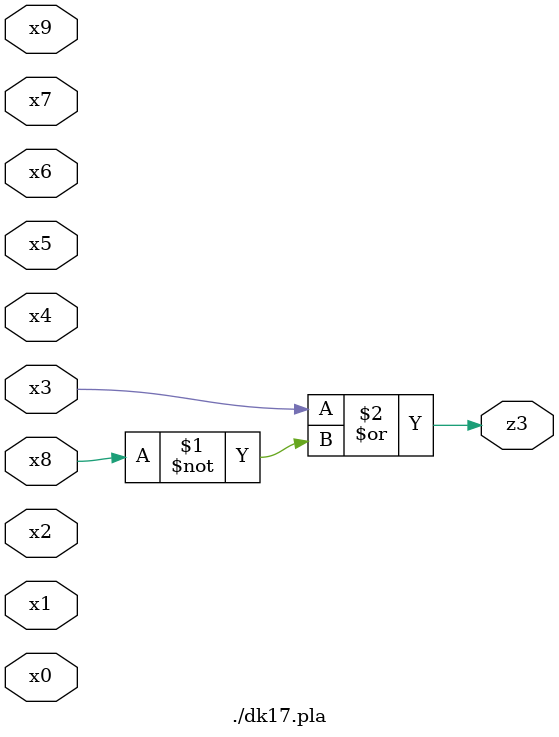
<source format=v>

module \./dk17.pla  ( 
    x0, x1, x2, x3, x4, x5, x6, x7, x8, x9,
    z3  );
  input  x0, x1, x2, x3, x4, x5, x6, x7, x8, x9;
  output z3;
  assign z3 = x3 | ~x8;
endmodule



</source>
